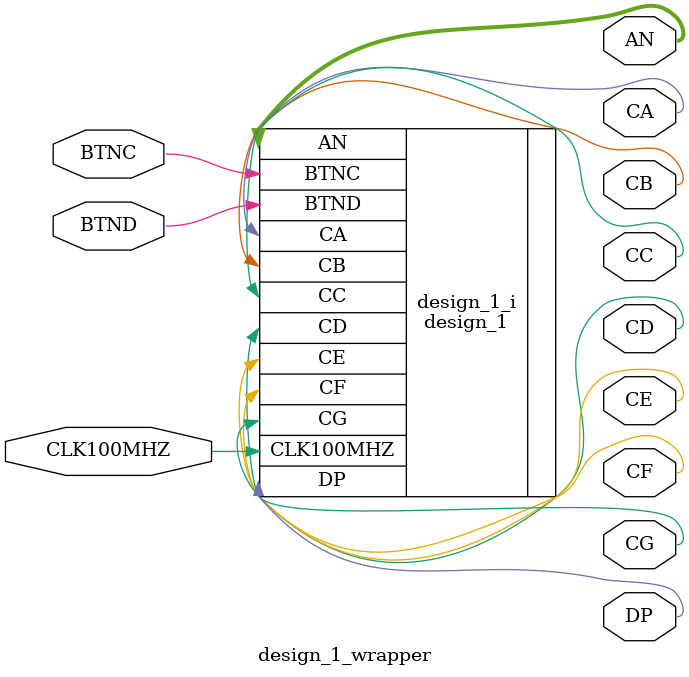
<source format=v>
`timescale 1 ps / 1 ps

module design_1_wrapper
   (AN,
    BTNC,
    BTND,
    CA,
    CB,
    CC,
    CD,
    CE,
    CF,
    CG,
    CLK100MHZ,
    DP);
  output [7:0]AN;
  input BTNC;
  input BTND;
  output CA;
  output CB;
  output CC;
  output CD;
  output CE;
  output CF;
  output CG;
  input CLK100MHZ;
  output DP;

  wire [7:0]AN;
  wire BTNC;
  wire BTND;
  wire CA;
  wire CB;
  wire CC;
  wire CD;
  wire CE;
  wire CF;
  wire CG;
  wire CLK100MHZ;
  wire DP;

  design_1 design_1_i
       (.AN(AN),
        .BTNC(BTNC),
        .BTND(BTND),
        .CA(CA),
        .CB(CB),
        .CC(CC),
        .CD(CD),
        .CE(CE),
        .CF(CF),
        .CG(CG),
        .CLK100MHZ(CLK100MHZ),
        .DP(DP));
endmodule

</source>
